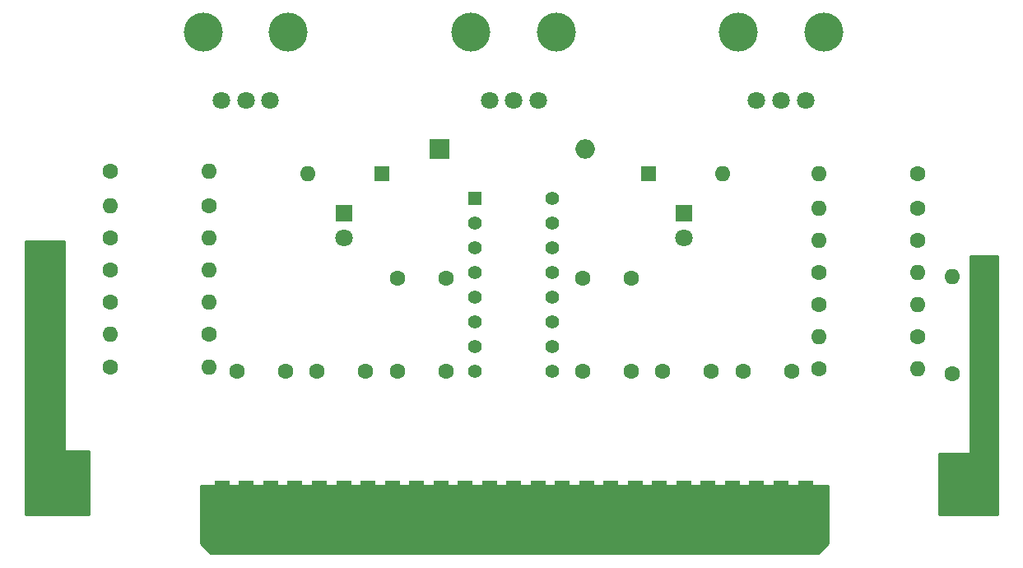
<source format=gbr>
G04 #@! TF.GenerationSoftware,KiCad,Pcbnew,(5.1.7)-1*
G04 #@! TF.CreationDate,2021-05-14T14:52:42-05:00*
G04 #@! TF.ProjectId,ConsolePedalScreamer,436f6e73-6f6c-4655-9065-64616c536372,rev?*
G04 #@! TF.SameCoordinates,Original*
G04 #@! TF.FileFunction,Soldermask,Bot*
G04 #@! TF.FilePolarity,Negative*
%FSLAX46Y46*%
G04 Gerber Fmt 4.6, Leading zero omitted, Abs format (unit mm)*
G04 Created by KiCad (PCBNEW (5.1.7)-1) date 2021-05-14 14:52:42*
%MOMM*%
%LPD*%
G01*
G04 APERTURE LIST*
%ADD10R,1.400000X1.400000*%
%ADD11C,1.400000*%
%ADD12R,1.800000X1.800000*%
%ADD13C,1.800000*%
%ADD14R,1.500000X7.000000*%
%ADD15C,5.000000*%
%ADD16C,1.600000*%
%ADD17O,1.600000X1.600000*%
%ADD18R,2.000000X2.000000*%
%ADD19O,2.000000X2.000000*%
%ADD20R,1.600000X1.600000*%
%ADD21C,4.000000*%
%ADD22C,0.254000*%
%ADD23C,0.100000*%
G04 APERTURE END LIST*
D10*
G04 #@! TO.C,U1*
X128745000Y-93472000D03*
D11*
X128745000Y-96012000D03*
X128745000Y-98552000D03*
X128745000Y-101092000D03*
X128745000Y-103632000D03*
X128745000Y-106172000D03*
X128745000Y-108712000D03*
X128745000Y-111252000D03*
X136685000Y-111252000D03*
X136685000Y-108712000D03*
X136685000Y-106172000D03*
X136685000Y-103632000D03*
X136685000Y-101092000D03*
X136685000Y-98552000D03*
X136685000Y-96012000D03*
X136685000Y-93472000D03*
G04 #@! TD*
D12*
G04 #@! TO.C,D1*
X115250000Y-95000000D03*
D13*
X115250000Y-97540000D03*
G04 #@! TD*
G04 #@! TO.C,D2*
X150250000Y-97540000D03*
D12*
X150250000Y-95000000D03*
G04 #@! TD*
D14*
G04 #@! TO.C,J1*
X102715000Y-126000000D03*
X105215000Y-126000000D03*
X107715000Y-126000000D03*
X110215000Y-126000000D03*
X112715000Y-126000000D03*
X115215000Y-126000000D03*
X117715000Y-126000000D03*
X120215000Y-126000000D03*
X122715000Y-126000000D03*
X125215000Y-126000000D03*
X127715000Y-126000000D03*
X130215000Y-126000000D03*
X132715000Y-126000000D03*
X135215000Y-126000000D03*
X137715000Y-126000000D03*
X140215000Y-126000000D03*
X142715000Y-126000000D03*
X145215000Y-126000000D03*
X147715000Y-126000000D03*
X150215000Y-126000000D03*
X152715000Y-126000000D03*
X155215000Y-126000000D03*
X157715000Y-126000000D03*
X160215000Y-126000000D03*
X162715000Y-126000000D03*
G04 #@! TD*
D15*
G04 #@! TO.C,H1*
X85350000Y-122600000D03*
G04 #@! TD*
G04 #@! TO.C,H2*
X180150000Y-122600000D03*
G04 #@! TD*
D16*
G04 #@! TO.C,R3*
X91186000Y-90678000D03*
D17*
X101346000Y-90678000D03*
G04 #@! TD*
D16*
G04 #@! TO.C,C1*
X109220000Y-111271000D03*
X104220000Y-111271000D03*
G04 #@! TD*
G04 #@! TO.C,C2*
X144780000Y-111271000D03*
X139780000Y-111271000D03*
G04 #@! TD*
D18*
G04 #@! TO.C,C3*
X125095000Y-88392000D03*
D19*
X140095000Y-88392000D03*
G04 #@! TD*
D16*
G04 #@! TO.C,C4*
X120730000Y-101746000D03*
X125730000Y-101746000D03*
G04 #@! TD*
G04 #@! TO.C,C5*
X148035000Y-111271000D03*
X153035000Y-111271000D03*
G04 #@! TD*
G04 #@! TO.C,C6*
X156290000Y-111271000D03*
X161290000Y-111271000D03*
G04 #@! TD*
D17*
G04 #@! TO.C,C7*
X177800000Y-101506000D03*
D16*
X177800000Y-111506000D03*
G04 #@! TD*
G04 #@! TO.C,C8*
X125730000Y-111271000D03*
X120730000Y-111271000D03*
G04 #@! TD*
G04 #@! TO.C,C9*
X139780000Y-101746000D03*
X144780000Y-101746000D03*
G04 #@! TD*
G04 #@! TO.C,C10*
X117475000Y-111271000D03*
X112475000Y-111271000D03*
G04 #@! TD*
D20*
G04 #@! TO.C,D3*
X146558000Y-90932000D03*
D17*
X154178000Y-90932000D03*
G04 #@! TD*
G04 #@! TO.C,D4*
X111506000Y-90932000D03*
D20*
X119126000Y-90932000D03*
G04 #@! TD*
D17*
G04 #@! TO.C,R1*
X101346000Y-110871000D03*
D16*
X91186000Y-110871000D03*
G04 #@! TD*
G04 #@! TO.C,R2*
X101346000Y-107442000D03*
D17*
X91186000Y-107442000D03*
G04 #@! TD*
G04 #@! TO.C,R4*
X101346000Y-104140000D03*
D16*
X91186000Y-104140000D03*
G04 #@! TD*
G04 #@! TO.C,R5*
X164084000Y-110998000D03*
D17*
X174244000Y-110998000D03*
G04 #@! TD*
G04 #@! TO.C,R6*
X164084000Y-107696000D03*
D16*
X174244000Y-107696000D03*
G04 #@! TD*
G04 #@! TO.C,R7*
X91186000Y-97536000D03*
D17*
X101346000Y-97536000D03*
G04 #@! TD*
G04 #@! TO.C,R8*
X91186000Y-94234000D03*
D16*
X101346000Y-94234000D03*
G04 #@! TD*
D17*
G04 #@! TO.C,R9*
X174244000Y-101092000D03*
D16*
X164084000Y-101092000D03*
G04 #@! TD*
G04 #@! TO.C,R10*
X164084000Y-104394000D03*
D17*
X174244000Y-104394000D03*
G04 #@! TD*
G04 #@! TO.C,R11*
X164084000Y-97790000D03*
D16*
X174244000Y-97790000D03*
G04 #@! TD*
G04 #@! TO.C,R12*
X91186000Y-100838000D03*
D17*
X101346000Y-100838000D03*
G04 #@! TD*
D16*
G04 #@! TO.C,R13*
X174244000Y-94488000D03*
D17*
X164084000Y-94488000D03*
G04 #@! TD*
D16*
G04 #@! TO.C,R14*
X174244000Y-90932000D03*
D17*
X164084000Y-90932000D03*
G04 #@! TD*
D13*
G04 #@! TO.C,RV1*
X130215000Y-83439000D03*
X132715000Y-83439000D03*
X135215000Y-83439000D03*
D21*
X128315000Y-76439000D03*
X137115000Y-76439000D03*
G04 #@! TD*
D13*
G04 #@! TO.C,RV2*
X157715000Y-83439000D03*
X160215000Y-83439000D03*
X162715000Y-83439000D03*
D21*
X155815000Y-76439000D03*
X164615000Y-76439000D03*
G04 #@! TD*
G04 #@! TO.C,RV3*
X109539000Y-76439000D03*
X100739000Y-76439000D03*
D13*
X107639000Y-83439000D03*
X105139000Y-83439000D03*
X102639000Y-83439000D03*
G04 #@! TD*
D22*
X165000000Y-129000000D02*
X164000000Y-130000000D01*
X101500000Y-130000000D01*
X100500000Y-129000000D01*
X100500000Y-123063000D01*
X165000000Y-123063000D01*
X165000000Y-129000000D01*
D23*
G36*
X165000000Y-129000000D02*
G01*
X164000000Y-130000000D01*
X101500000Y-130000000D01*
X100500000Y-129000000D01*
X100500000Y-123063000D01*
X165000000Y-123063000D01*
X165000000Y-129000000D01*
G37*
D22*
X86487000Y-119380000D02*
X86489440Y-119404776D01*
X86496667Y-119428601D01*
X86508403Y-119450557D01*
X86524197Y-119469803D01*
X86543443Y-119485597D01*
X86565399Y-119497333D01*
X86589224Y-119504560D01*
X86614000Y-119507000D01*
X89000000Y-119507000D01*
X89000000Y-126000000D01*
X82500000Y-126000000D01*
X82500000Y-97917000D01*
X86487000Y-97917000D01*
X86487000Y-119380000D01*
D23*
G36*
X86487000Y-119380000D02*
G01*
X86489440Y-119404776D01*
X86496667Y-119428601D01*
X86508403Y-119450557D01*
X86524197Y-119469803D01*
X86543443Y-119485597D01*
X86565399Y-119497333D01*
X86589224Y-119504560D01*
X86614000Y-119507000D01*
X89000000Y-119507000D01*
X89000000Y-126000000D01*
X82500000Y-126000000D01*
X82500000Y-97917000D01*
X86487000Y-97917000D01*
X86487000Y-119380000D01*
G37*
D22*
X182499000Y-126000000D02*
X176500000Y-126000000D01*
X176500000Y-119761000D01*
X179578000Y-119761000D01*
X179602776Y-119758560D01*
X179626601Y-119751333D01*
X179648557Y-119739597D01*
X179667803Y-119723803D01*
X179683597Y-119704557D01*
X179695333Y-119682601D01*
X179702560Y-119658776D01*
X179705000Y-119634000D01*
X179705000Y-99441000D01*
X182499000Y-99441000D01*
X182499000Y-126000000D01*
D23*
G36*
X182499000Y-126000000D02*
G01*
X176500000Y-126000000D01*
X176500000Y-119761000D01*
X179578000Y-119761000D01*
X179602776Y-119758560D01*
X179626601Y-119751333D01*
X179648557Y-119739597D01*
X179667803Y-119723803D01*
X179683597Y-119704557D01*
X179695333Y-119682601D01*
X179702560Y-119658776D01*
X179705000Y-119634000D01*
X179705000Y-99441000D01*
X182499000Y-99441000D01*
X182499000Y-126000000D01*
G37*
M02*

</source>
